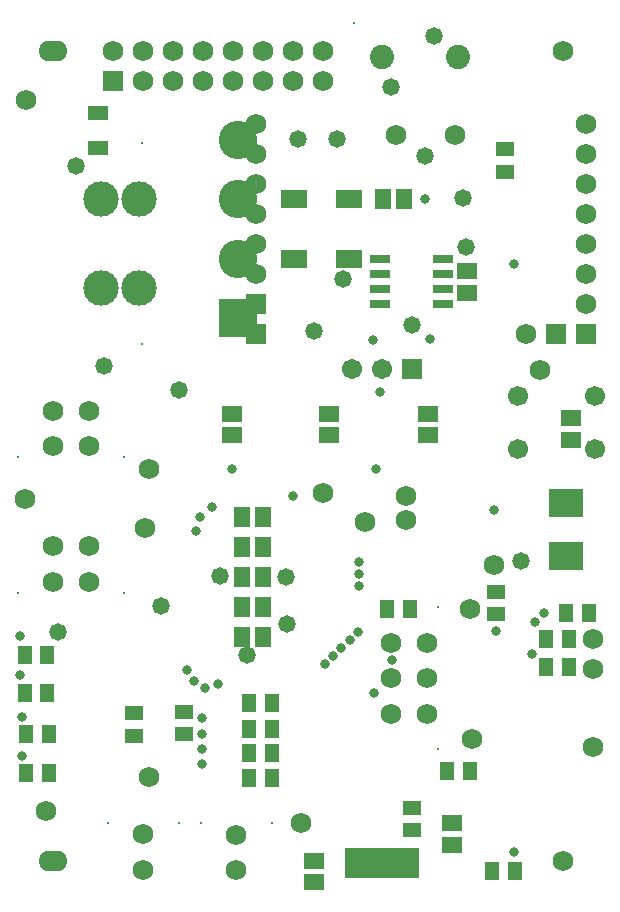
<source format=gbs>
%FSTAX23Y23*%
%MOIN*%
%SFA1B1*%

%IPPOS*%
%ADD26R,0.250000X0.100000*%
%ADD27R,0.049340X0.063120*%
%ADD28R,0.063120X0.049340*%
%ADD35O,0.097000X0.068000*%
%ADD36R,0.046000X0.046000*%
%ADD37C,0.046000*%
%ADD38C,0.068000*%
%ADD39C,0.008000*%
%ADD40C,0.117840*%
%ADD41C,0.066980*%
%ADD42C,0.080830*%
%ADD43C,0.067060*%
%ADD44R,0.067060X0.067060*%
%ADD45R,0.128000X0.128000*%
%ADD46C,0.128000*%
%ADD47R,0.068000X0.068000*%
%ADD48C,0.069020*%
%ADD49R,0.069020X0.069020*%
%ADD50C,0.033000*%
%ADD51C,0.058000*%
%ADD80R,0.065090X0.053280*%
%ADD81R,0.090680X0.059180*%
%ADD82R,0.053280X0.065090*%
%ADD83R,0.115990X0.093000*%
%ADD84R,0.070990X0.047370*%
%ADD85R,0.067060X0.031620*%
%LNmotor_unit_rev_3-1*%
%LPD*%
G54D26*
X01245Y00142D03*
G54D27*
X01867Y00795D03*
X01792D03*
X01867Y0089D03*
X01792D03*
X01462Y0045D03*
X01537D03*
X01337Y0099D03*
X01262D03*
X01934Y00975D03*
X0186D03*
X00802Y00675D03*
X00877D03*
X00802Y0059D03*
X00877D03*
X00802Y0051D03*
X00877D03*
X00802Y00425D03*
X00877D03*
X01612Y00115D03*
X01687D03*
X00134Y00443D03*
X00059D03*
X00134Y00573D03*
X00059D03*
X00129Y0071D03*
X00054D03*
X00129Y00838D03*
X00054D03*
G54D28*
X01655Y02522D03*
Y02447D03*
X01625Y01047D03*
Y00972D03*
X00585Y00572D03*
Y00647D03*
X0042Y00567D03*
Y00642D03*
X01345Y00327D03*
Y00252D03*
G54D35*
X0015Y0285D03*
Y0015D03*
G54D36*
X01145Y00117D03*
G54D37*
X01145Y00167D03*
X01195Y00117D03*
Y00167D03*
X01245Y00117D03*
Y00167D03*
X01295Y00117D03*
Y00167D03*
X01345Y00117D03*
Y00167D03*
G54D38*
X0195Y0053D03*
Y0079D03*
Y0089D03*
X0006Y02685D03*
X0119Y0128D03*
X00125Y00315D03*
X0047Y01455D03*
X0045Y0024D03*
Y00121D03*
X0105Y01375D03*
X00268Y0165D03*
Y01532D03*
X0015Y0165D03*
Y01532D03*
X01395Y00641D03*
X01276D03*
X01395Y0076D03*
X01276D03*
Y00878D03*
X01395D03*
X00268Y012D03*
Y01081D03*
X0015Y012D03*
Y01081D03*
X01545Y00555D03*
X0154Y0099D03*
X00055Y01355D03*
X0185Y0285D03*
Y0015D03*
X01325Y01365D03*
Y01285D03*
X0076Y0012D03*
Y00238D03*
X00455Y0126D03*
X01293Y02571D03*
X0149D03*
X01725Y01906D03*
X01925Y02006D03*
Y02106D03*
Y02206D03*
Y02306D03*
Y02406D03*
Y02506D03*
Y02606D03*
X00825D03*
Y02506D03*
Y02406D03*
Y02306D03*
Y02206D03*
Y02106D03*
X00975Y00275D03*
X0047Y0043D03*
X01773Y01785D03*
X0162Y01135D03*
G54D39*
X00568Y00277D03*
X00331D03*
X00444Y01873D03*
Y02542D03*
X00386Y01495D03*
X00031D03*
X01432Y00523D03*
Y00996D03*
X00386Y01044D03*
X00031D03*
X01151Y02944D03*
X00641Y00275D03*
X00878D03*
G54D40*
X00435Y02355D03*
X00309D03*
X00435Y0206D03*
X00309D03*
G54D41*
X017Y017D03*
X01955D03*
X017Y01522D03*
X01955D03*
G54D42*
X015Y0283D03*
X01244D03*
G54D43*
X01145Y0179D03*
X01245D03*
G54D44*
X01345Y0179D03*
G54D45*
X00765Y01961D03*
G54D46*
X00765Y02158D03*
Y02355D03*
Y02552D03*
G54D47*
X01825Y01906D03*
X01925D03*
X00825Y02006D03*
Y01906D03*
G54D48*
X0105Y0275D03*
X0095D03*
X0085D03*
X0075D03*
X0065D03*
X0055D03*
X0045D03*
X0105Y0285D03*
X0095D03*
X0085D03*
X0075D03*
X0065D03*
X0055D03*
X0045D03*
X0035D03*
G54D49*
X0035Y0275D03*
G54D50*
X01405Y0189D03*
X0124Y01713D03*
X01215Y01885D03*
X01685Y0018D03*
X00745Y01455D03*
X01225D03*
X0095Y01367D03*
X007Y0074D03*
X0128Y0082D03*
X01755Y00945D03*
X00655Y00725D03*
X0122Y0071D03*
X01745Y0084D03*
X01165Y00914D03*
X00645Y00474D03*
Y00524D03*
Y00574D03*
X00645Y00625D03*
X0004Y009D03*
X01785Y00975D03*
X0004Y0077D03*
X00045Y0063D03*
X01685Y02139D03*
X00045Y005D03*
X01625Y00917D03*
X0117Y01105D03*
X00594Y00785D03*
X0062Y0075D03*
X0162Y0132D03*
X0117Y01145D03*
X0139Y02355D03*
X00625Y0125D03*
X0064Y01295D03*
X0068Y0133D03*
X0117Y01065D03*
X01137Y00887D03*
X0111Y0086D03*
X01082Y00832D03*
X01055Y00805D03*
G54D51*
X01345Y01935D03*
X0032Y018D03*
X00225Y02465D03*
X0142Y029D03*
X0139Y025D03*
X01515Y0236D03*
X0102Y01915D03*
X01276Y0273D03*
X01095Y02555D03*
X00965D03*
X00569Y0172D03*
X00507Y01D03*
X00795Y00835D03*
X00705Y011D03*
X0171Y0115D03*
X0093Y0094D03*
X00165Y00913D03*
X00925Y01095D03*
X01115Y0209D03*
X01525Y02195D03*
G54D80*
X01875Y01625D03*
Y01554D03*
X014Y01569D03*
Y0164D03*
X0107Y01569D03*
Y0164D03*
X00745Y01569D03*
Y0164D03*
X0153Y02044D03*
Y02115D03*
X0102Y0015D03*
Y00079D03*
X0148Y00275D03*
Y00204D03*
G54D81*
X01135Y02355D03*
Y02155D03*
X00953D03*
Y02355D03*
G54D82*
X0132Y02355D03*
X01249D03*
X00779Y01295D03*
X0085D03*
Y01195D03*
X00779D03*
X0085Y01095D03*
X00779D03*
X0085Y00995D03*
X00779D03*
X0085Y00895D03*
X00779D03*
G54D83*
X01858Y01342D03*
Y01167D03*
G54D84*
X003Y02644D03*
Y02525D03*
G54D85*
X01449Y02155D03*
Y02105D03*
Y02055D03*
Y02005D03*
X0124D03*
Y02055D03*
Y02105D03*
Y02155D03*
M02*
</source>
